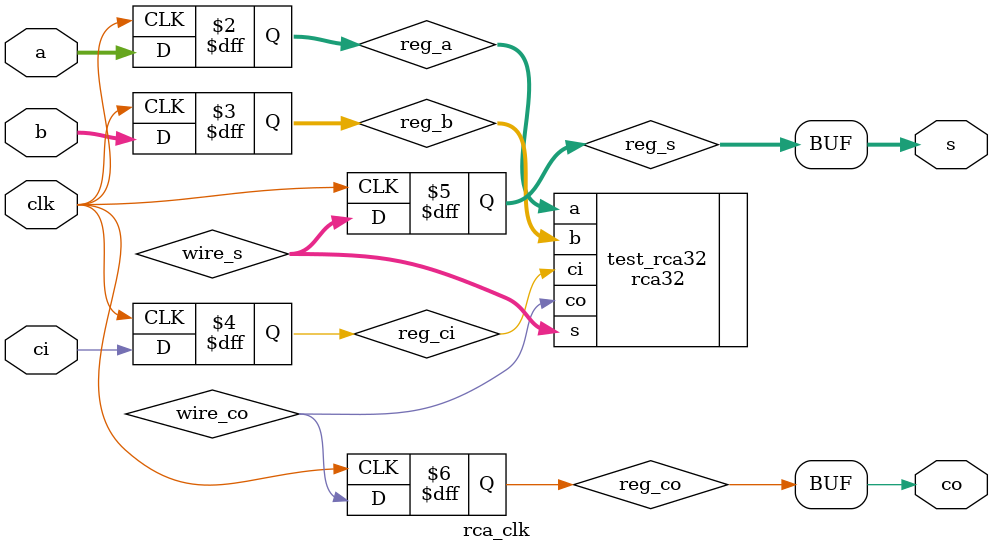
<source format=v>
module rca_clk(clk,a,b,ci,s,co); 
	input clk; 
	input [31:0] a,b; 
	input ci; //set input
	output [31:0] s; 
	output co; //set output
	reg [31:0] reg_a, reg_b; 
	reg reg_ci;
	reg [31:0] reg_s;
	reg reg_co; //set reg
	wire [31:0] wire_s; 
	wire wire_co; //set wire
	always@(posedge clk) 
	begin 
	reg_a <= a; 
	reg_b <= b;
	reg_ci <= ci;
	reg_s <= wire_s;
	reg_co <= wire_co; //input the value when posedge
	end
rca32 test_rca32(.a(reg_a), .b(reg_b), .ci(reg_ci),
.s(wire_s), .co(wire_co)); //run module
assign s = reg_s; 
assign co = reg_co; //assign
endmodule

</source>
